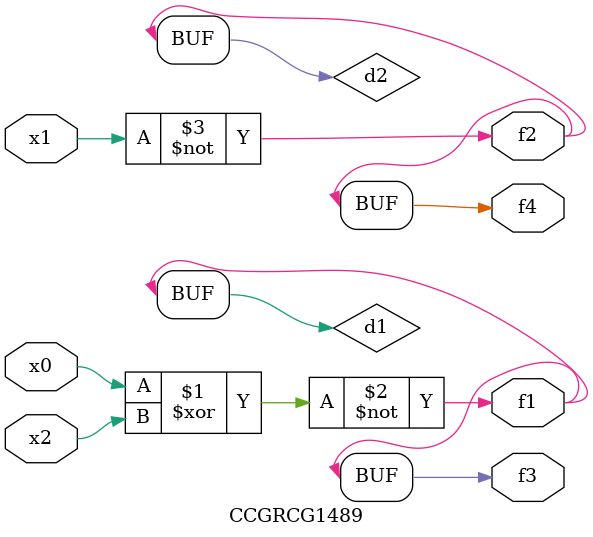
<source format=v>
module CCGRCG1489(
	input x0, x1, x2,
	output f1, f2, f3, f4
);

	wire d1, d2, d3;

	xnor (d1, x0, x2);
	nand (d2, x1);
	nor (d3, x1, x2);
	assign f1 = d1;
	assign f2 = d2;
	assign f3 = d1;
	assign f4 = d2;
endmodule

</source>
